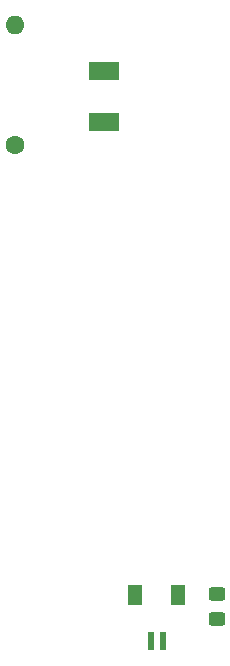
<source format=gbr>
%TF.GenerationSoftware,KiCad,Pcbnew,7.0.5*%
%TF.CreationDate,2024-01-23T00:39:16-05:00*%
%TF.ProjectId,SIDE,53494445-2e6b-4696-9361-645f70636258,rev?*%
%TF.SameCoordinates,Original*%
%TF.FileFunction,Soldermask,Bot*%
%TF.FilePolarity,Negative*%
%FSLAX46Y46*%
G04 Gerber Fmt 4.6, Leading zero omitted, Abs format (unit mm)*
G04 Created by KiCad (PCBNEW 7.0.5) date 2024-01-23 00:39:16*
%MOMM*%
%LPD*%
G01*
G04 APERTURE LIST*
G04 Aperture macros list*
%AMRoundRect*
0 Rectangle with rounded corners*
0 $1 Rounding radius*
0 $2 $3 $4 $5 $6 $7 $8 $9 X,Y pos of 4 corners*
0 Add a 4 corners polygon primitive as box body*
4,1,4,$2,$3,$4,$5,$6,$7,$8,$9,$2,$3,0*
0 Add four circle primitives for the rounded corners*
1,1,$1+$1,$2,$3*
1,1,$1+$1,$4,$5*
1,1,$1+$1,$6,$7*
1,1,$1+$1,$8,$9*
0 Add four rect primitives between the rounded corners*
20,1,$1+$1,$2,$3,$4,$5,0*
20,1,$1+$1,$4,$5,$6,$7,0*
20,1,$1+$1,$6,$7,$8,$9,0*
20,1,$1+$1,$8,$9,$2,$3,0*%
G04 Aperture macros list end*
%ADD10C,1.600000*%
%ADD11O,1.600000X1.600000*%
%ADD12R,0.600000X1.550000*%
%ADD13R,1.200000X1.800000*%
%ADD14R,2.500000X1.500000*%
%ADD15RoundRect,0.250000X-0.450000X0.325000X-0.450000X-0.325000X0.450000X-0.325000X0.450000X0.325000X0*%
G04 APERTURE END LIST*
D10*
%TO.C,R6*%
X172320000Y-83930000D03*
D11*
X172320000Y-73770000D03*
%TD*%
D12*
%TO.C,J3*%
X183820000Y-125943022D03*
X184820000Y-125943022D03*
D13*
X182520000Y-122068022D03*
X186120000Y-122068022D03*
%TD*%
D14*
%TO.C,J2*%
X179820000Y-77718022D03*
%TD*%
D15*
%TO.C,D1*%
X189420000Y-121993022D03*
X189420000Y-124043022D03*
%TD*%
D14*
%TO.C,J1*%
X179820000Y-82018022D03*
%TD*%
M02*

</source>
